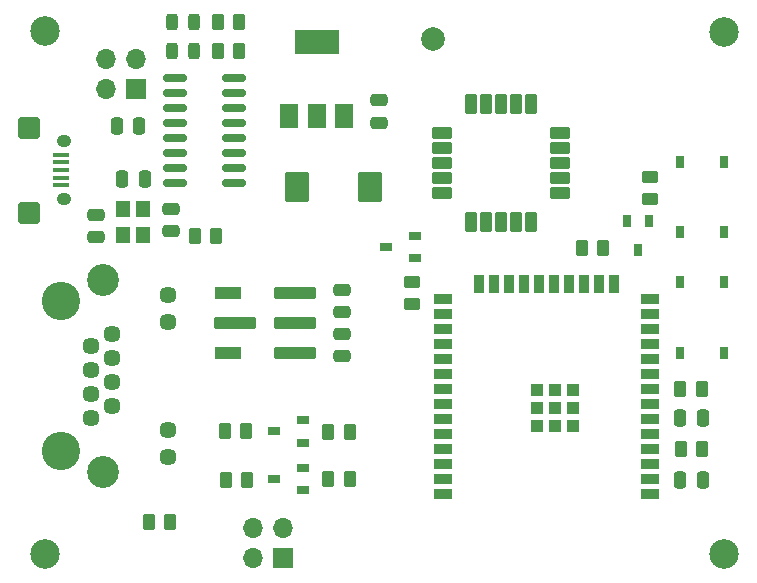
<source format=gts>
G04 #@! TF.GenerationSoftware,KiCad,Pcbnew,7.0.9*
G04 #@! TF.CreationDate,2024-01-13T23:58:37+01:00*
G04 #@! TF.ProjectId,ithowifi_4l,6974686f-7769-4666-995f-346c2e6b6963,rev?*
G04 #@! TF.SameCoordinates,Original*
G04 #@! TF.FileFunction,Soldermask,Top*
G04 #@! TF.FilePolarity,Negative*
%FSLAX46Y46*%
G04 Gerber Fmt 4.6, Leading zero omitted, Abs format (unit mm)*
G04 Created by KiCad (PCBNEW 7.0.9) date 2024-01-13 23:58:37*
%MOMM*%
%LPD*%
G01*
G04 APERTURE LIST*
G04 Aperture macros list*
%AMRoundRect*
0 Rectangle with rounded corners*
0 $1 Rounding radius*
0 $2 $3 $4 $5 $6 $7 $8 $9 X,Y pos of 4 corners*
0 Add a 4 corners polygon primitive as box body*
4,1,4,$2,$3,$4,$5,$6,$7,$8,$9,$2,$3,0*
0 Add four circle primitives for the rounded corners*
1,1,$1+$1,$2,$3*
1,1,$1+$1,$4,$5*
1,1,$1+$1,$6,$7*
1,1,$1+$1,$8,$9*
0 Add four rect primitives between the rounded corners*
20,1,$1+$1,$2,$3,$4,$5,0*
20,1,$1+$1,$4,$5,$6,$7,0*
20,1,$1+$1,$6,$7,$8,$9,0*
20,1,$1+$1,$8,$9,$2,$3,0*%
G04 Aperture macros list end*
%ADD10R,1.500000X0.900000*%
%ADD11R,0.900000X1.500000*%
%ADD12R,1.050000X1.050000*%
%ADD13RoundRect,0.250000X0.262500X0.450000X-0.262500X0.450000X-0.262500X-0.450000X0.262500X-0.450000X0*%
%ADD14R,1.700000X1.700000*%
%ADD15O,1.700000X1.700000*%
%ADD16RoundRect,0.250000X-0.262500X-0.450000X0.262500X-0.450000X0.262500X0.450000X-0.262500X0.450000X0*%
%ADD17RoundRect,0.250000X0.450000X-0.262500X0.450000X0.262500X-0.450000X0.262500X-0.450000X-0.262500X0*%
%ADD18C,2.500000*%
%ADD19R,1.350000X0.400000*%
%ADD20RoundRect,0.273000X-0.677000X0.637000X-0.677000X-0.637000X0.677000X-0.637000X0.677000X0.637000X0*%
%ADD21O,1.250000X1.050000*%
%ADD22RoundRect,0.250000X0.250000X0.475000X-0.250000X0.475000X-0.250000X-0.475000X0.250000X-0.475000X0*%
%ADD23R,1.000000X0.700000*%
%ADD24R,1.500000X2.000000*%
%ADD25R,3.800000X2.000000*%
%ADD26RoundRect,0.101600X-0.400000X0.750000X-0.400000X-0.750000X0.400000X-0.750000X0.400000X0.750000X0*%
%ADD27RoundRect,0.101600X-0.750000X-0.400000X0.750000X-0.400000X0.750000X0.400000X-0.750000X0.400000X0*%
%ADD28RoundRect,0.101600X0.750000X0.400000X-0.750000X0.400000X-0.750000X-0.400000X0.750000X-0.400000X0*%
%ADD29RoundRect,0.105000X1.655000X-0.420000X1.655000X0.420000X-1.655000X0.420000X-1.655000X-0.420000X0*%
%ADD30RoundRect,0.105000X1.005000X-0.420000X1.005000X0.420000X-1.005000X0.420000X-1.005000X-0.420000X0*%
%ADD31C,3.250000*%
%ADD32C,1.446000*%
%ADD33C,2.700000*%
%ADD34RoundRect,0.250000X0.475000X-0.250000X0.475000X0.250000X-0.475000X0.250000X-0.475000X-0.250000X0*%
%ADD35RoundRect,0.250000X-0.475000X0.250000X-0.475000X-0.250000X0.475000X-0.250000X0.475000X0.250000X0*%
%ADD36R,0.700000X1.000000*%
%ADD37RoundRect,0.250000X-0.787500X-1.025000X0.787500X-1.025000X0.787500X1.025000X-0.787500X1.025000X0*%
%ADD38RoundRect,0.250000X-0.450000X0.262500X-0.450000X-0.262500X0.450000X-0.262500X0.450000X0.262500X0*%
%ADD39RoundRect,0.250000X-0.250000X-0.475000X0.250000X-0.475000X0.250000X0.475000X-0.250000X0.475000X0*%
%ADD40R,0.750000X1.000000*%
%ADD41RoundRect,0.243750X-0.243750X-0.456250X0.243750X-0.456250X0.243750X0.456250X-0.243750X0.456250X0*%
%ADD42RoundRect,0.150000X-0.825000X-0.150000X0.825000X-0.150000X0.825000X0.150000X-0.825000X0.150000X0*%
%ADD43R,1.200000X1.400000*%
%ADD44C,2.000000*%
G04 APERTURE END LIST*
D10*
X106743200Y-148615406D03*
X106743200Y-147345406D03*
X106743200Y-146075406D03*
X106743200Y-144805406D03*
X106743200Y-143535406D03*
X106743200Y-142265406D03*
X106743200Y-140995406D03*
X106743200Y-139725406D03*
X106743200Y-138455406D03*
X106743200Y-137185406D03*
X106743200Y-135915406D03*
X106743200Y-134645406D03*
X106743200Y-133375406D03*
X106743200Y-132105406D03*
D11*
X103713200Y-130855406D03*
X102443200Y-130855406D03*
X101173200Y-130855406D03*
X99903200Y-130855406D03*
X98633200Y-130855406D03*
X97363200Y-130855406D03*
X96093200Y-130855406D03*
X94823200Y-130855406D03*
X93553200Y-130855406D03*
X92283200Y-130855406D03*
D10*
X89243200Y-132105406D03*
X89243200Y-133375406D03*
X89243200Y-134645406D03*
X89243200Y-135915406D03*
X89243200Y-137185406D03*
X89243200Y-138455406D03*
X89243200Y-139725406D03*
X89243200Y-140995406D03*
X89243200Y-142265406D03*
X89243200Y-143535406D03*
X89243200Y-144805406D03*
X89243200Y-146075406D03*
X89243200Y-147345406D03*
X89243200Y-148615406D03*
D12*
X100198200Y-142800406D03*
X100198200Y-141275406D03*
X100198200Y-139750406D03*
X98673200Y-142800406D03*
X98673200Y-141275406D03*
X98673200Y-139750406D03*
X97148200Y-142800406D03*
X97148200Y-141275406D03*
X97148200Y-139750406D03*
D13*
X111131500Y-139734000D03*
X109306500Y-139734000D03*
D14*
X75666600Y-154025600D03*
D15*
X73126600Y-154025600D03*
X75666600Y-151485600D03*
X73126600Y-151485600D03*
D16*
X109330000Y-144754600D03*
X111155000Y-144754600D03*
D17*
X86600000Y-132500000D03*
X86600000Y-130675000D03*
D18*
X55482000Y-109381000D03*
D19*
X56853200Y-119868000D03*
X56853200Y-120518000D03*
X56853200Y-121168000D03*
X56853200Y-121818000D03*
X56853200Y-122468000D03*
D20*
X54178200Y-117568000D03*
D21*
X57078200Y-118743000D03*
X57078200Y-123593000D03*
D20*
X54178200Y-124768000D03*
D22*
X111182000Y-147412500D03*
X109282000Y-147412500D03*
D23*
X77338202Y-144234092D03*
X77338202Y-142334092D03*
X74938202Y-143284092D03*
X77338200Y-148296600D03*
X77338200Y-146396600D03*
X74938200Y-147346600D03*
D16*
X79476200Y-147320000D03*
X81301200Y-147320000D03*
X79476200Y-143319500D03*
X81301200Y-143319500D03*
D13*
X72620700Y-147372000D03*
X70795700Y-147372000D03*
X70024000Y-126746000D03*
X68199000Y-126746000D03*
D24*
X76211400Y-116599500D03*
X78511400Y-116599500D03*
D25*
X78511400Y-110299500D03*
D24*
X80811400Y-116599500D03*
D26*
X96640000Y-115600000D03*
X95370010Y-115600000D03*
X94100000Y-115600000D03*
X92830000Y-115600000D03*
X91560000Y-115600000D03*
D27*
X89100000Y-118060000D03*
D28*
X89100000Y-119329990D03*
X89100000Y-120600000D03*
X89100000Y-121870000D03*
X89100000Y-123140000D03*
D26*
X91560000Y-125600000D03*
X92830000Y-125600000D03*
X94100000Y-125600000D03*
X95370010Y-125600000D03*
X96640000Y-125600000D03*
D27*
X99100000Y-123140000D03*
X99100000Y-121870000D03*
X99100000Y-120600000D03*
X99100000Y-119329990D03*
X99100000Y-118060000D03*
D13*
X66103300Y-150977600D03*
X64278300Y-150977600D03*
D29*
X76708000Y-136634500D03*
X76708000Y-134094500D03*
X76708000Y-131554500D03*
D30*
X70978000Y-131554500D03*
D29*
X71628000Y-134094500D03*
D30*
X70978000Y-136634500D03*
D18*
X113013000Y-109508000D03*
X113013000Y-153704000D03*
X55482000Y-153704000D03*
D31*
X56832500Y-132256500D03*
X56832500Y-144956500D03*
D32*
X59372500Y-142176500D03*
X61152500Y-141156500D03*
X59372500Y-140136500D03*
X61152500Y-139116500D03*
X59372500Y-138096500D03*
X61152500Y-137076500D03*
X59372500Y-136056500D03*
X61152500Y-135036500D03*
X65962500Y-145466500D03*
X65962500Y-143176500D03*
X65962500Y-134036500D03*
X65962500Y-131746500D03*
D33*
X60392500Y-130476500D03*
X60392500Y-146736500D03*
D13*
X72568200Y-143243500D03*
X70743200Y-143243500D03*
D34*
X80645000Y-136906000D03*
X80645000Y-135006000D03*
D35*
X80645000Y-131318000D03*
X80645000Y-133218000D03*
D13*
X102775000Y-127750000D03*
X100950000Y-127750000D03*
D23*
X86800000Y-128650000D03*
X86800000Y-126750000D03*
X84400000Y-127700000D03*
D36*
X106650000Y-125500000D03*
X104750000Y-125500000D03*
X105700000Y-127900000D03*
D37*
X76821300Y-122631200D03*
X83046300Y-122631200D03*
D38*
X106700000Y-121775000D03*
X106700000Y-123600000D03*
D39*
X109301200Y-142189200D03*
X111201200Y-142189200D03*
D40*
X109250000Y-130638011D03*
X109250000Y-136638011D03*
X113000000Y-130638011D03*
X113000000Y-136638011D03*
D22*
X63942000Y-121920000D03*
X62042000Y-121920000D03*
D35*
X66167000Y-124460000D03*
X66167000Y-126360000D03*
D14*
X63246000Y-114300000D03*
D15*
X60706000Y-114300000D03*
X63246000Y-111760000D03*
X60706000Y-111760000D03*
D22*
X63500000Y-117475000D03*
X61600000Y-117475000D03*
D41*
X66262000Y-108666000D03*
X68137000Y-108666000D03*
D13*
X71962000Y-111092000D03*
X70137000Y-111092000D03*
X71962000Y-108666000D03*
X70137000Y-108666000D03*
D42*
X66538400Y-113414600D03*
X66538400Y-114684600D03*
X66538400Y-115954600D03*
X66538400Y-117224600D03*
X66538400Y-118494600D03*
X66538400Y-119764600D03*
X66538400Y-121034600D03*
X66538400Y-122304600D03*
X71488400Y-122304600D03*
X71488400Y-121034600D03*
X71488400Y-119764600D03*
X71488400Y-118494600D03*
X71488400Y-117224600D03*
X71488400Y-115954600D03*
X71488400Y-114684600D03*
X71488400Y-113414600D03*
D43*
X62142000Y-124503000D03*
X62142000Y-126703000D03*
X63842000Y-126703000D03*
X63842000Y-124503000D03*
D44*
X88392000Y-110032800D03*
D41*
X66262000Y-111092000D03*
X68137000Y-111092000D03*
D34*
X59817000Y-126868000D03*
X59817000Y-124968000D03*
D40*
X112991593Y-126444000D03*
X112991593Y-120444000D03*
X109241593Y-126444000D03*
X109241593Y-120444000D03*
D34*
X83820000Y-117155000D03*
X83820000Y-115255000D03*
M02*

</source>
